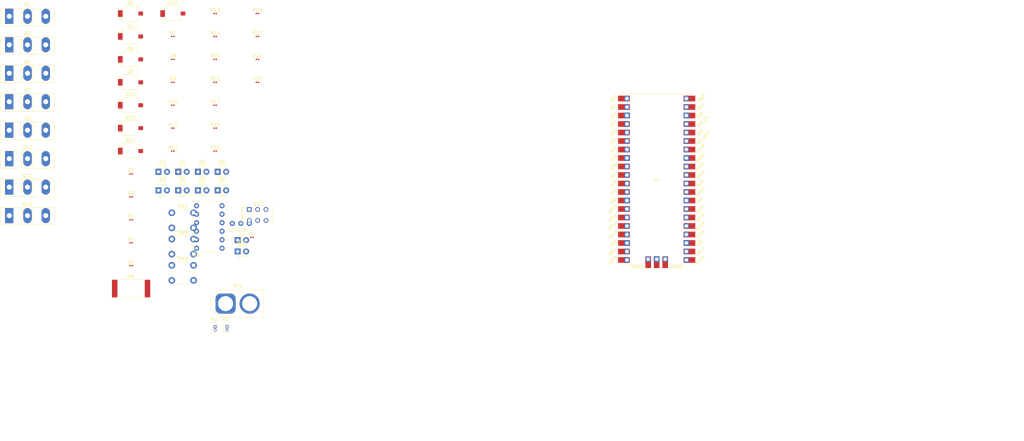
<source format=kicad_pcb>
(kicad_pcb (version 20221018) (generator pcbnew)
  (layers (0 "F.Cu" signal) (31 "B.Cu" signal) (34 "B.Paste" user) (35 "F.Paste" user) (36 "B.SilkS" user "B.Silkscreen") (37 "F.SilkS" user "F.Silkscreen") (38 "B.Mask" user) (39 "F.Mask" user) (44 "Edge.Cuts" user))
  (net 0 "")
  (net 1 "Net-(D1-K)")
  (net 2 "+3.3V")
  (net 3 "Net-(D2-K)")
  (net 4 "Net-(D2-A)")
  (net 5 "Net-(D3-K)")
  (net 6 "Net-(D3-A)")
  (net 7 "Net-(D4-K)")
  (net 8 "Net-(D4-A)")
  (net 9 "Net-(D5-K)")
  (net 10 "Net-(D5-A)")
  (net 11 "Net-(D6-K)")
  (net 12 "Net-(D6-A)")
  (net 13 "Net-(D7-K)")
  (net 14 "Net-(D7-A)")
  (net 15 "Net-(D8-K)")
  (net 16 "Net-(D8-A)")
  (net 17 "Net-(D9-K)")
  (net 18 "Net-(D9-A)")
  (net 19 "Net-(D10-K)")
  (net 20 "Net-(D11-K)")
  (net 21 "Senser-01")
  (net 22 "GND")
  (net 23 "LED-01")
  (net 24 "Senser-02")
  (net 25 "LED-02")
  (net 26 "Senser-03")
  (net 27 "LED-03")
  (net 28 "Senser-04")
  (net 29 "LED-04")
  (net 30 "Senser-05")
  (net 31 "LED-05")
  (net 32 "Senser-06")
  (net 33 "LED-06")
  (net 34 "Senser-07")
  (net 35 "LED-07")
  (net 36 "Senser-08")
  (net 37 "LED-08")
  (net 38 "MoOut-01")
  (net 39 "MoOut-02")
  (net 40 "MoOut-03")
  (net 41 "MoOut-04")
  (net 42 "Net-(U1-VSYS)")
  (net 43 "Net-(U1-GPIO22)")
  (net 44 "Net-(U1-GPIO5)")
  (net 45 "Net-(U1-GPIO2)")
  (net 46 "BATT")
  (net 47 "Net-(SW2-B)")
  (net 48 "Net-(U1-GPIO3)")
  (net 49 "Net-(U1-GPIO4)")
  (net 50 "Mo-04")
  (net 51 "Mo-03")
  (net 52 "M0-02")
  (net 53 "Mo-01")
  (net 55 "Mo-MODE")
  (net 58 "Net-(BT1-+)")
  (net 62 "Mo-02")
  (footprint "LED_THT:LED_D3.0mm" (layer "F.Cu") (at -44.07 80.17)
    (fp_text reference "D5" (at 1.27 -2.96) (layer "F.SilkS"))
    (fp_text value "LED")
    (pad "1" thru_hole rect (at 0 0) (size 1.8 1.8) (drill 0.9) (layers "*.Cu" "*.Mask") (net 9 "Net-(D5-K)"))
    (pad "2" thru_hole circle (at 2.54 0) (size 1.8 1.8) (drill 0.9) (layers "*.Cu" "*.Mask") (net 10 "Net-(D5-A)"))
  )
  (footprint "LED_THT:LED_D3.0mm" (layer "F.Cu") (at -32.27 74.62)
    (fp_text reference "D8" (at 1.27 -2.96) (layer "F.SilkS"))
    (fp_text value "LED")
    (pad "1" thru_hole rect (at 0 0) (size 1.8 1.8) (drill 0.9) (layers "*.Cu" "*.Mask") (net 15 "Net-(D8-K)"))
    (pad "2" thru_hole circle (at 2.54 0) (size 1.8 1.8) (drill 0.9) (layers "*.Cu" "*.Mask") (net 16 "Net-(D8-A)"))
  )
  (footprint "Capacitor_SMD:C_0201_0603Metric" (layer "F.Cu") (at -45.68 68.42)
    (fp_text reference "R12" (at 0 -1.05) (layer "F.SilkS"))
    (fp_text value "1k")
    (pad "1" smd roundrect (at -0.32 0) (size 0.46 0.4) (layers "F.Cu" "F.Mask") (net 2 "+3.3V"))
    (pad "2" smd roundrect (at 0.32 0) (size 0.46 0.4) (layers "F.Cu" "F.Mask") (net 10 "Net-(D5-A)"))
  )
  (footprint "LED_THT:LED_D3.0mm" (layer "F.Cu") (at -38.17 80.17)
    (fp_text reference "D7" (at 1.27 -2.96) (layer "F.SilkS"))
    (fp_text value "LED")
    (pad "1" thru_hole rect (at 0 0) (size 1.8 1.8) (drill 0.9) (layers "*.Cu" "*.Mask") (net 13 "Net-(D7-K)"))
    (pad "2" thru_hole circle (at 2.54 0) (size 1.8 1.8) (drill 0.9) (layers "*.Cu" "*.Mask") (net 14 "Net-(D7-A)"))
  )
  (footprint "LED_THT:LED_D3.0mm" (layer "F.Cu") (at -49.97 74.62)
    (fp_text reference "D2" (at 1.27 -2.96) (layer "F.SilkS"))
    (fp_text value "LED")
    (pad "1" thru_hole rect (at 0 0) (size 1.8 1.8) (drill 0.9) (layers "*.Cu" "*.Mask") (net 3 "Net-(D2-K)"))
    (pad "2" thru_hole circle (at 2.54 0) (size 1.8 1.8) (drill 0.9) (layers "*.Cu" "*.Mask") (net 4 "Net-(D2-A)"))
  )
  (footprint "Package_TO_SOT_THT:TO-247-3_Vertical" (layer "F.Cu") (at -94.56 45.17)
    (fp_text reference "Q5" (at 5.45 -3.45) (layer "F.SilkS"))
    (fp_text value "NJFET")
    (pad "1" thru_hole rect (at 0 0) (size 2.5 4.5) (drill 1.5) (layers "*.Cu" "*.Mask") (net 7 "Net-(D4-K)"))
    (pad "2" thru_hole oval (at 5.45 0) (size 2.5 4.5) (drill 1.5) (layers "*.Cu" "*.Mask") (net 26 "Senser-03"))
    (pad "3" thru_hole oval (at 10.9 0) (size 2.5 4.5) (drill 1.5) (layers "*.Cu" "*.Mask") (net 22 "GND"))
  )
  (footprint "Package_TO_SOT_THT:TO-247-3_Vertical" (layer "F.Cu") (at -94.56 62.19)
    (fp_text reference "Q9" (at 5.45 -3.45) (layer "F.SilkS"))
    (fp_text value "NJFET")
    (pad "1" thru_hole rect (at 0 0) (size 2.5 4.5) (drill 1.5) (layers "*.Cu" "*.Mask") (net 11 "Net-(D6-K)"))
    (pad "2" thru_hole oval (at 5.45 0) (size 2.5 4.5) (drill 1.5) (layers "*.Cu" "*.Mask") (net 30 "Senser-05"))
    (pad "3" thru_hole oval (at 10.9 0) (size 2.5 4.5) (drill 1.5) (layers "*.Cu" "*.Mask") (net 22 "GND"))
  )
  (footprint "OptoDevice:Osram_SFH2440" (layer "F.Cu") (at -58.33 47.87)
    (fp_text reference "Q8" (at 0.01 -3.2) (layer "F.SilkS"))
    (fp_text value "Q_Photo_NPN_CE")
    (pad "1" smd roundrect (at -3.05 0 180) (size 1.4 2) (layers "F.Cu" "F.Mask") (roundrect_rratio 0.125) (net 29 "LED-04"))
    (pad "2" smd roundrect (at 3.05 0 180) (size 1.4 1.2) (layers "F.Cu" "F.Mask") (roundrect_rratio 0.125) (net 22 "GND"))
  )
  (footprint "LED_THT:LED_D3.0mm" (layer "F.Cu") (at -44.07 74.62)
    (fp_text reference "D4" (at 1.27 -2.96) (layer "F.SilkS"))
    (fp_text value "LED")
    (pad "1" thru_hole rect (at 0 0) (size 1.8 1.8) (drill 0.9) (layers "*.Cu" "*.Mask") (net 7 "Net-(D4-K)"))
    (pad "2" thru_hole circle (at 2.54 0) (size 1.8 1.8) (drill 0.9) (layers "*.Cu" "*.Mask") (net 8 "Net-(D4-A)"))
  )
  (footprint "Capacitor_SMD:C_0201_0603Metric" (layer "F.Cu") (at -33.03 68.42)
    (fp_text reference "R19" (at 0 -1.05) (layer "F.SilkS"))
    (fp_text value "1k")
    (pad "1" smd roundrect (at -0.32 0) (size 0.46 0.4) (layers "F.Cu" "F.Mask") (net 2 "+3.3V"))
    (pad "2" smd roundrect (at 0.32 0) (size 0.46 0.4) (layers "F.Cu" "F.Mask") (net 33 "LED-06"))
  )
  (footprint "Capacitor_SMD:C_0201_0603Metric" (layer "F.Cu") (at -33.03 61.57)
    (fp_text reference "R18" (at 0 -1.05) (layer "F.SilkS"))
    (fp_text value "1k")
    (pad "1" smd roundrect (at -0.32 0) (size 0.46 0.4) (layers "F.Cu" "F.Mask") (net 2 "+3.3V"))
    (pad "2" smd roundrect (at 0.32 0) (size 0.46 0.4) (layers "F.Cu" "F.Mask") (net 16 "Net-(D8-A)"))
  )
  (footprint "OptoDevice:Osram_SFH2440" (layer "F.Cu") (at -58.33 61.57)
    (fp_text reference "Q12" (at 0.01 -3.2) (layer "F.SilkS"))
    (fp_text value "Q_Photo_NPN_CE")
    (pad "1" smd roundrect (at -3.05 0 180) (size 1.4 2) (layers "F.Cu" "F.Mask") (roundrect_rratio 0.125) (net 33 "LED-06"))
    (pad "2" smd roundrect (at 3.05 0 180) (size 1.4 1.2) (layers "F.Cu" "F.Mask") (roundrect_rratio 0.125) (net 22 "GND"))
  )
  (footprint "Capacitor_SMD:C_0201_0603Metric" (layer "F.Cu") (at -33.03 41.02)
    (fp_text reference "R15" (at 0 -1.05) (layer "F.SilkS"))
    (fp_text value "1k")
    (pad "1" smd roundrect (at -0.32 0) (size 0.46 0.4) (layers "F.Cu" "F.Mask") (net 2 "+3.3V"))
    (pad "2" smd roundrect (at 0.32 0) (size 0.46 0.4) (layers "F.Cu" "F.Mask") (net 37 "LED-08"))
  )
  (footprint "LED_SMD:LED_0201_0603Metric" (layer "F.Cu") (at -22.045 94.22)
    (fp_text reference "D1" (at 0 -1.05) (layer "F.SilkS"))
    (fp_text value "LED")
    (pad "1" smd roundrect (at -0.32 0) (size 0.46 0.4) (layers "F.Cu" "F.Mask") (net 1 "Net-(D1-K)"))
    (pad "2" smd roundrect (at 0.32 0) (size 0.46 0.4) (layers "F.Cu" "F.Mask") (net 2 "+3.3V"))
  )
  (footprint "Library:AE-LXDC55-3.3V" (layer "F.Cu") (at -27.893 92.597)
    (fp_text reference "U2" (at 0 -0.5 unlocked) (layer "F.SilkS") (effects (font (thickness 0.1))))
    (fp_text value "~")
    (fp_text user "O" (at 5.08 -3.81 unlocked) (layer "F.SilkS") (effects (font (thickness 0.1)) (justify left bottom)))
    (fp_text user "I" (at 0 -3.81 unlocked) (layer "F.SilkS") (effects (font (thickness 0.1)) (justify left bottom)))
    (fp_text user "G" (at 2.54 -3.81 unlocked) (layer "F.SilkS") (effects (font (thickness 0.1)) (justify left bottom)))
    (pad "1" thru_hole circle (at 0 -2.54) (size 1.524 1.524) (drill 0.762) (layers "*.Cu" "*.Mask"))
    (pad "2" thru_hole circle (at 2.54 -2.54) (size 1.524 1.524) (drill 0.762) (layers "*.Cu" "*.Mask"))
    (pad "3" thru_hole circle (at 5.08 -2.54) (size 1.524 1.524) (drill 0.762) (layers "*.Cu" "*.Mask"))
  )
  (footprint "Capacitor_SMD:C_0201_0603Metric" (layer "F.Cu") (at -20.38 34.17)
    (fp_text reference "R21" (at 0 -1.05) (layer "F.SilkS"))
    (fp_text value "1k")
    (pad "1" smd roundrect (at -0.32 0) (size 0.46 0.4) (layers "F.Cu" "F.Mask") (net 2 "+3.3V"))
    (pad "2" smd roundrect (at 0.32 0) (size 0.46 0.4) (layers "F.Cu" "F.Mask") (net 31 "LED-05"))
  )
  (footprint "LED_THT:LED_D3.0mm" (layer "F.Cu") (at -38.17 74.62)
    (fp_text reference "D6" (at 1.27 -2.96) (layer "F.SilkS"))
    (fp_text value "LED")
    (pad "1" thru_hole rect (at 0 0) (size 1.8 1.8) (drill 0.9) (layers "*.Cu" "*.Mask") (net 11 "Net-(D6-K)"))
    (pad "2" thru_hole circle (at 2.54 0) (size 1.8 1.8) (drill 0.9) (layers "*.Cu" "*.Mask") (net 12 "Net-(D6-A)"))
  )
  (footprint "LED_THT:LED_D3.0mm" (layer "F.Cu") (at -26.31 95.04)
    (fp_text reference "D10" (at 1.27 -2.96) (layer "F.SilkS"))
    (fp_text value "LED")
    (pad "1" thru_hole rect (at 0 0) (size 1.8 1.8) (drill 0.9) (layers "*.Cu" "*.Mask") (net 19 "Net-(D10-K)"))
    (pad "2" thru_hole circle (at 2.54 0) (size 1.8 1.8) (drill 0.9) (layers "*.Cu" "*.Mask") (net 2 "+3.3V"))
  )
  (footprint "Capacitor_SMD:C_0201_0603Metric" (layer "F.Cu") (at -58.15 75.27)
    (fp_text reference "R1" (at 0 -1.05) (layer "F.SilkS"))
    (fp_text value "47k")
    (pad "1" smd roundrect (at -0.32 0) (size 0.46 0.4) (layers "F.Cu" "F.Mask") (net 38 "MoOut-01"))
    (pad "2" smd roundrect (at 0.32 0) (size 0.46 0.4) (layers "F.Cu" "F.Mask") (net 22 "GND"))
  )
  (footprint "Connector_AMASS:AMASS_XT60-F_1x02_P7.20mm_Vertical" (layer "F.Cu") (at -29.91 114.02)
    (fp_text reference "BT1" (at 3.6 -5.3 180) (layer "F.SilkS"))
    (fp_text value "Battery_Cell")
    (pad "1" thru_hole roundrect (at 0 0) (size 6 6) (drill 4.5) (layers "*.Cu" "*.Mask") (net 58 "Net-(BT1-+)"))
    (pad "2" thru_hole circle (at 7.2 0) (size 6 6) (drill 4.5) (layers "*.Cu" "*.Mask") (net 22 "GND"))
  )
  (footprint "Library:DRV8835" (layer "F.Cu") (at -38.595 100.005)
    (fp_text reference "U3" (at 0 -0.5 unlocked) (layer "F.SilkS") (effects (font (thickness 0.1))))
    (fp_text value "~")
    (fp_text user "1" (at 1.27 -14.605 unlocked) (layer "F.SilkS") (effects (font (thickness 0.1)) (justify left bottom)))
    (pad "1" thru_hole circle (at 0 -15.24) (size 1.524 1.524) (drill 0.762) (layers "*.Cu" "*.Mask") (net 46 "BATT"))
    (pad "2" thru_hole circle (at 0 -12.7) (size 1.524 1.524) (drill 0.762) (layers "*.Cu" "*.Mask"))
    (pad "3" thru_hole circle (at 0 -10.16) (size 1.524 1.524) (drill 0.762) (layers "*.Cu" "*.Mask") (net 39 "MoOut-02"))
    (pad "4" thru_hole circle (at 0 -7.62) (size 1.524 1.524) (drill 0.762) (layers "*.Cu" "*.Mask") (net 40 "MoOut-03"))
    (pad "5" thru_hole circle (at 0 -5.08) (size 1.524 1.524) (drill 0.762) (layers "*.Cu" "*.Mask") (net 41 "MoOut-04"))
    (pad "6" thru_hole circle (at 0 -2.54) (size 1.524 1.524) (drill 0.762) (layers "*.Cu" "*.Mask") (net 22 "GND"))
    (pad "7" thru_hole circle (at 7.62 -2.54) (size 1.524 1.524) (drill 0.762) (layers "*.Cu" "*.Mask") (net 50 "Mo-04"))
    (pad "8" thru_hole circle (at 7.62 -5.08) (size 1.524 1.524) (drill 0.762) (layers "*.Cu" "*.Mask") (net 51 "Mo-03"))
    (pad "9" thru_hole circle (at 7.62 -7.62) (size 1.524 1.524) (drill 0.762) (layers "*.Cu" "*.Mask") (net 62 "Mo-02"))
    (pad "10" thru_hole circle (at 7.62 -10.16) (size 1.524 1.524) (drill 0.762) (layers "*.Cu" "*.Mask") (net 53 "Mo-01"))
    (pad "11" thru_hole circle (at 7.62 -12.7) (size 1.524 1.524) (drill 0.762) (layers "*.Cu" "*.Mask") (net 55 "Mo-MODE"))
    (pad "12" thru_hole circle (at 7.62 -15.24) (size 1.524 1.524) (drill 0.762) (layers "*.Cu" "*.Mask") (net 2 "+3.3V"))
  )
  (footprint "OptoDevice:Osram_SFH2440" (layer "F.Cu") (at -45.68 27.32)
    (fp_text reference "Q16" (at 0.01 -3.2) (layer "F.SilkS"))
    (fp_text value "Q_Photo_NPN_CE")
    (pad "1" smd roundrect (at -3.05 0 180) (size 1.4 2) (layers "F.Cu" "F.Mask") (roundrect_rratio 0.125) (net 37 "LED-08"))
    (pad "2" smd roundrect (at 3.05 0 180) (size 1.4 1.2) (layers "F.Cu" "F.Mask") (roundrect_rratio 0.125) (net 22 "GND"))
  )
  (footprint "Package_TO_SOT_THT:TO-247-3_Vertical" (layer "F.Cu") (at -94.56 36.66)
    (fp_text reference "Q3" (at 5.45 -3.45) (layer "F.SilkS"))
    (fp_text value "NJFET")
    (pad "1" thru_hole rect (at 0 0) (size 2.5 4.5) (drill 1.5) (layers "*.Cu" "*.Mask") (net 5 "Net-(D3-K)"))
    (pad "2" thru_hole oval (at 5.45 0) (size 2.5 4.5) (drill 1.5) (layers "*.Cu" "*.Mask") (net 24 "Senser-02"))
    (pad "3" thru_hole oval (at 10.9 0) (size 2.5 4.5) (drill 1.5) (layers "*.Cu" "*.Mask") (net 22 "GND"))
  )
  (footprint "Package_TO_SOT_THT:TO-247-3_Vertical" (layer "F.Cu") (at -94.56 28.15)
    (fp_text reference "Q1" (at 5.45 -3.45) (layer "F.SilkS"))
    (fp_text value "NJFET")
    (pad "1" thru_hole rect (at 0 0) (size 2.5 4.5) (drill 1.5) (layers "*.Cu" "*.Mask") (net 3 "Net-(D2-K)"))
    (pad "2" thru_hole oval (at 5.45 0) (size 2.5 4.5) (drill 1.5) (layers "*.Cu" "*.Mask") (net 21 "Senser-01"))
    (pad "3" thru_hole oval (at 10.9 0) (size 2.5 4.5) (drill 1.5) (layers "*.Cu" "*.Mask") (net 22 "GND"))
  )
  (footprint "Package_TO_SOT_THT:TO-247-3_Vertical" (layer "F.Cu") (at -94.56 53.68)
    (fp_text reference "Q7" (at 5.45 -3.45) (layer "F.SilkS"))
    (fp_text value "NJFET")
    (pad "1" thru_hole rect (at 0 0) (size 2.5 4.5) (drill 1.5) (layers "*.Cu" "*.Mask") (net 9 "Net-(D5-K)"))
    (pad "2" thru_hole oval (at 5.45 0) (size 2.5 4.5) (drill 1.5) (layers "*.Cu" "*.Mask") (net 28 "Senser-04"))
    (pad "3" thru_hole oval (at 10.9 0) (size 2.5 4.5) (drill 1.5) (layers "*.Cu" "*.Mask") (net 22 "GND"))
  )
  (footprint "RPi_Pico:RPi_Pico_SMD_TH" (layer "F.Cu") (at 98.945 76.85)
    (fp_text reference "U1" (at 0 0) (layer "F.SilkS"))
    (fp_text value "Pico")
    (fp_text user "GP28" (at 13.054 -9.144 45) (layer "F.SilkS") (effects (font (size 0.8 0.8))))
    (fp_text user "GP17" (at 13.054 21.59 45) (layer "F.SilkS") (effects (font (size 0.8 0.8))))
    (fp_text user "GND" (at 12.8 19.05 45) (layer "F.SilkS") (effects (font (size 0.8 0.8))))
    (fp_text user "GP4" (at -12.8 -11.43 45) (layer "F.SilkS") (effects (font (size 0.8 0.8))))
    (fp_text user "GP19" (at 13.054 13.97 45) (layer "F.SilkS") (effects (font (size 0.8 0.8))))
    (fp_text user "GP20" (at 13.054 11.43 45) (layer "F.SilkS") (effects (font (size 0.8 0.8))))
    (fp_text user "GP8" (at -12.8 1.27 45) (layer "F.SilkS") (effects (font (size 0.8 0.8))))
    (fp_text user "ADC_VREF" (at 14 -12.5 45) (layer "F.SilkS") (effects (font (size 0.8 0.8))))
    (fp_text user "GP15" (at -13.054 24.13 45) (layer "F.SilkS") (effects (font (size 0.8 0.8))))
    (fp_text user "GP1" (at -12.9 -21.6 45) (layer "F.SilkS") (effects (font (size 0.8 0.8))))
    (fp_text user "GP21" (at 13.054 8.9 45) (layer "F.SilkS") (effects (font (size 0.8 0.8))))
    (fp_text user "GP3" (at -12.8 -13.97 45) (layer "F.SilkS") (effects (font (size 0.8 0.8))))
    (fp_text user "RUN" (at 13 1.27 45) (layer "F.SilkS") (effects (font (size 0.8 0.8))))
    (fp_text user "VBUS" (at 13.3 -24.2 45) (layer "F.SilkS") (effects (font (size 0.8 0.8))))
    (fp_text user "SWCLK" (at -5.7 26.2) (layer "F.SilkS") (effects (font (size 0.8 0.8))))
    (fp_text user "GND" (at 12.8 6.35 45) (layer "F.SilkS") (effects (font (size 0.8 0.8))))
    (fp_text user "GP18" (at 13.054 16.51 45) (layer "F.SilkS") (effects (font (size 0.8 0.8))))
    (fp_text user "GND" (at -12.8 6.35 45) (layer "F.SilkS") (effects (font (size 0.8 0.8))))
    (fp_text user "3V3_EN" (at 13.7 -17.2 45) (layer "F.SilkS") (effects (font (size 0.8 0.8))))
    (fp_text user "GP27" (at 13.054 -3.8 45) (layer "F.SilkS") (effects (font (size 0.8 0.8))))
    (fp_text user "GP12" (at -13.2 13.97 45) (layer "F.SilkS") (effects (font (size 0.8 0.8))))
    (fp_text user "GP9" (at -12.8 3.81 45) (layer "F.SilkS") (effects (font (size 0.8 0.8))))
    (fp_text user "GND" (at -12.8 19.05 45) (layer "F.SilkS") (effects (font (size 0.8 0.8))))
    (fp_text user "GP13" (at -13.054 16.51 45) (layer "F.SilkS") (effects (font (size 0.8 0.8))))
    (fp_text user "GP5" (at -12.8 -8.89 45) (layer "F.SilkS") (effects (font (size 0.8 0.8))))
    (fp_text user "GP2" (at -12.9 -16.51 45) (layer "F.SilkS") (effects (font (size 0.8 0.8))))
    (fp_text user "AGND" (at 13.054 -6.35 45) (layer "F.SilkS") (effects (font (size 0.8 0.8))))
    (fp_text user "GP26" (at 13.054 -1.27 45) (layer "F.SilkS") (effects (font (size 0.8 0.8))))
    (fp_text user "GND" (at 12.8 -19.05 45) (layer "F.SilkS") (effects (font (size 0.8 0.8))))
    (fp_text user "GP7" (at -12.7 -1.3 45) (layer "F.SilkS") (effects (font (size 0.8 0.8))))
    (fp_text user "GND" (at -12.8 -6.35 45) (layer "F.SilkS") (effects (font (size 0.8 0.8))))
    (fp_text user "3V3" (at 12.9 -13.9 45) (layer "F.SilkS") (effects (font (size 0.8 0.8))))
    (fp_text user "GP22" (at 13.054 3.81 45) (layer "F.SilkS") (effects (font (size 0.8 0.8))))
    (fp_text user "GP0" (at -12.8 -24.13 45) (layer "F.SilkS") (effects (font (size 0.8 0.8))))
    (fp_text user "GP11" (at -13.2 11.43 45) (layer "F.SilkS") (effects (font (size 0.8 0.8))))
    (fp_text user "SWDIO" (at 5.6 26.2) (layer "F.SilkS") (effects (font (size 0.8 0.8))))
    (fp_text user "GP6" (at -12.8 -3.81 45) (layer "F.SilkS") (effects (font (size 0.8 0.8))))
    (fp_text user "VSYS" (at 13.2 -21.59 45) (layer "F.SilkS") (effects (font (size 0.8 0.8))))
    (fp_text user "GND" (at -12.8 -19.05 45) (layer "F.SilkS") (effects (font (size 0.8 0.8))))
    (fp_text user "GP10" (at -13.054 8.89 45) (layer "F.SilkS") (effects (font (size 0.8 0.8))))
    (fp_text user "GP16" (at 13.054 24.13 45) (layer "F.SilkS") (effects (font (size 0.8 0.8))))
    (fp_text user "GP14" (at -13.1 21.59 45) (layer "F.SilkS") (effects (font (size 0.8 0.8))))
    (pad "" np_thru_hole oval (at -2.725 -24) (size 1.8 1.8) (drill 1.8) (layers "*.Cu" "*.Mask"))
    (pad "" np_thru_hole oval (at -2.425 -20.97) (size 1.5 1.5) (drill 1.5) (layers "*.Cu" "*.Mask"))
    (pad "" np_thru_hole oval (at 2.425 -20.97) (size 1.5 1.5) (drill 1.5) (layers "*.Cu" "*.Mask"))
    (pad "" np_thru_hole oval (at 2.725 -24) (size 1.8 1.8) (drill 1.8) (layers "*.Cu" "*.Mask"))
    (pad "1" thru_hole oval (at -8.89 -24.13) (size 1.7 1.7) (drill 1.02) (layers "*.Cu" "*.Mask") (net 28 "Senser-04"))
    (pad "1" smd rect (at -8.89 -24.13) (size 3.5 1.7) (drill (offset -0.9 0)) (layers "F.Cu" "F.Mask") (net 28 "Senser-04"))
    (pad "2" thru_hole oval (at -8.89 -21.59) (size 1.7 1.7) (drill 1.02) (layers "*.Cu" "*.Mask") (net 28 "Senser-04"))
    (pad "2" smd rect (at -8.89 -21.59) (size 3.5 1.7) (drill (offset -0.9 0)) (layers "F.Cu" "F.Mask") (net 28 "Senser-04"))
    (pad "3" thru_hole rect (at -8.89 -19.05) (size 1.7 1.7) (drill 1.02) (layers "*.Cu" "*.Mask") (net 22 "GND"))
    (pad "3" smd rect (at -8.89 -19.05) (size 3.5 1.7) (drill (offset -0.9 0)) (layers "F.Cu" "F.Mask") (net 22 "GND"))
    (pad "4" thru_hole oval (at -8.89 -16.51) (size 1.7 1.7) (drill 1.02) (layers "*.Cu" "*.Mask") (net 45 "Net-(U1-GPIO2)"))
    (pad "4" smd rect (at -8.89 -16.51) (size 3.5 1.7) (drill (offset -0.9 0)) (layers "F.Cu" "F.Mask") (net 45 "Net-(U1-GPIO2)"))
    (pad "5" thru_hole oval (at -8.89 -13.97) (size 1.7 1.7) (drill 1.02) (layers "*.Cu" "*.Mask") (net 48 "Net-(U1-GPIO3)"))
    (pad "5" smd rect (at -8.89 -13.97) (size 3.5 1.7) (drill (offset -0.9 0)) (layers "F.Cu" "F.Mask") (net 48 "Net-(U1-GPIO3)"))
    (pad "6" thru_hole oval (at -8.89 -11.43) (size 1.7 1.7) (drill 1.02) (layers "*.Cu" "*.Mask") (net 49 "Net-(U1-GPIO4)"))
    (pad "6" smd rect (at -8.89 -11.43) (size 3.5 1.7) (drill (offset -0.9 0)) (layers "F.Cu" "F.Mask") (net 49 "Net-(U1-GPIO4)"))
    (pad "7" thru_hole oval (at -8.89 -8.89) (size 1.7 1.7) (drill 1.02) (layers "*.Cu" "*.Mask") (net 44 "Net-(U1-GPIO5)"))
    (pad "7" smd rect (at -8.89 -8.89) (size 3.5 1.7) (drill (offset -0.9 0)) (layers "F.Cu" "F.Mask") (net 44 "Net-(U1-GPIO5)"))
    (pad "8" thru_hole rect (at -8.89 -6.35) (size 1.7 1.7) (drill 1.02) (layers "*.Cu" "*.Mask") (net 22 "GND"))
    (pad "8" smd rect (at -8.89 -6.35) (size 3.5 1.7) (drill (offset -0.9 0)) (layers "F.Cu" "F.Mask") (net 22 "GND"))
    (pad "9" thru_hole oval (at -8.89 -3.81) (size 1.7 1.7) (drill 1.02) (layers "*.Cu" "*.Mask") (net 23 "LED-01"))
    (pad "9" smd rect (at -8.89 -3.81) (size 3.5 1.7) (drill (offset -0.9 0)) (layers "F.Cu" "F.Mask") (net 23 "LED-01"))
    (pad "10" thru_hole oval (at -8.89 -1.27) (size 1.7 1.7) (drill 1.02) (layers "*.Cu" "*.Mask") (net 25 "LED-02"))
    (pad "10" smd rect (at -8.89 -1.27) (size 3.5 1.7) (drill (offset -0.9 0)) (layers "F.Cu" "F.Mask") (net 25 "LED-02"))
    (pad "11" thru_hole oval (at -8.89 1.27) (size 1.7 1.7) (drill 1.02) (layers "*.Cu" "*.Mask") (net 27 "LED-03"))
    (pad "11" smd rect (at -8.89 1.27) (size 3.5 1.7) (drill (offset -0.9 0)) (layers "F.Cu" "F.Mask") (net 27 "LED-03"))
    (pad "12" thru_hole oval (at -8.89 3.81) (size 1.7 1.7) (drill 1.02) (layers "*.Cu" "*.Mask") (net 29 "LED-04"))
    (pad "12" smd rect (at -8.89 3.81) (size 3.5 1.7) (drill (offset -0.9 0)) (layers "F.Cu" "F.Mask") (net 29 "LED-04"))
    (pad "13" thru_hole rect (at -8.89 6.35) (size 1.7 1.7) (drill 1.02) (layers "*.Cu" "*.Mask") (net 31 "LED-05"))
    (pad "13" smd rect (at -8.89 6.35) (size 3.5 1.7) (drill (offset -0.9 0)) (layers "F.Cu" "F.Mask") (net 31 "LED-05"))
    (pad "14" thru_hole oval (at -8.89 8.89) (size 1.7 1.7) (drill 1.02) (layers "*.Cu" "*.Mask") (net 33 "LED-06"))
    (pad "14" smd rect (at -8.89 8.89) (size 3.5 1.7) (drill (offset -0.9 0)) (layers "F.Cu" "F.Mask") (net 33 "LED-06"))
    (pad "15" thru_hole oval (at -8.89 11.43) (size 1.7 1.7) (drill 1.02) (layers "*.Cu" "*.Mask") (net 35 "LED-07"))
    (pad "15" smd rect (at -8.89 11.43) (size 3.5 1.7) (drill (offset -0.9 0)) (layers "F.Cu" "F.Mask") (net 35 "LED-07"))
    (pad "16" thru_hole oval (at -8.89 13.97) (size 1.7 1.7) (drill 1.02) (layers "*.Cu" "*.Mask") (net 37 "LED-08"))
    (pad "16" smd rect (at -8.89 13.97) (size 3.5 1.7) (drill (offset -0.9 0)) (layers "F.Cu" "F.Mask") (net 37 "LED-08"))
    (pad "17" thru_hole oval (at -8.89 16.51) (size 1.7 1.7) (drill 1.02) (layers "*.Cu" "*.Mask") (net 21 "Senser-01"))
    (pad "17" smd rect (at -8.89 16.51) (size 3.5 1.7) (drill (offset -0.9 0)) (layers "F.Cu" "F.Mask") (net 21 "Senser-01"))
    (pad "18" thru_hole rect (at -8.89 19.05) (size 1.7 1.7) (drill 1.02) (layers "*.Cu" "*.Mask") (net 22 "GND"))
    (pad "18" smd rect (at -8.89 19.05) (size 3.5 1.7) (drill (offset -0.9 0)) (layers "F.Cu" "F.Mask") (net 22 "GND"))
    (pad "19" thru_hole oval (at -8.89 21.59) (size 1.7 1.7) (drill 1.02) (layers "*.Cu" "*.Mask") (net 24 "Senser-02"))
    (pad "19" smd rect (at -8.89 21.59) (size 3.5 1.7) (drill (offset -0.9 0)) (layers "F.Cu" "F.Mask") (net 24 "Senser-02"))
    (pad "20" thru_hole oval (at -8.89 24.13) (size 1.7 1.7) (drill 1.02) (layers "*.Cu" "*.Mask") (net 26 "Senser-03"))
    (pad "20" smd rect (at -8.89 24.13) (size 3.5 1.7) (drill (offset -0.9 0)) (layers "F.Cu" "F.Mask") (net 26 "Senser-03"))
    (pad "21" thru_hole oval (at 8.89 24.13) (size 1.7 1.7) (drill 1.02) (layers "*.Cu" "*.Mask") (net 36 "Senser-08"))
    (pad "21" smd rect (at 8.89 24.13) (size 3.5 1.7) (drill (offset 0.9 0)) (layers "F.Cu" "F.Mask") (net 36 "Senser-08"))
    (pad "22" thru_hole oval (at 8.89 21.59) (size 1.7 1.7) (drill 1.02) (layers "*.Cu" "*.Mask") (net 34 "Senser-07"))
    (pad "22" smd rect (at 8.89 21.59) (size 3.5 1.7) (drill (offset 0.9 0)) (layers "F.Cu" "F.Mask") (net 34 "Senser-07"))
    (pad "23" thru_hole rect (at 8.89 19.05) (size 1.7 1.7) (drill 1.02) (layers "*.Cu" "*.Mask") (net 22 "GND"))
    (pad "23" smd rect (at 8.89 19.05) (size 3.5 1.7) (drill (offset 0.9 0)) (layers "F.Cu" "F.Mask") (net 22 "GND"))
    (pad "24" thru_hole oval (at 8.89 16.51) (size 1.7 1.7) (drill 1.02) (layers "*.Cu" "*.Mask") (net 50 "Mo-04"))
    (pad "24" smd rect (at 8.89 16.51) (size 3.5 1.7) (drill (offset 0.9 0)) (layers "F.Cu" "F.Mask") (net 50 "Mo-04"))
    (pad "25" thru_hole oval (at 8.89 13.97) (size 1.7 1.7) (drill 1.02) (layers "*.Cu" "*.Mask") (net 51 "Mo-03"))
    (pad "25" smd rect (at 8.89 13.97) (size 3.5 1.7) (drill (offset 0.9 0)) (layers "F.Cu" "F.Mask") (net 51 "Mo-03"))
    (pad "26" thru_hole oval (at 8.89 11.43) (size 1.7 1.7) (drill 1.02) (layers "*.Cu" "*.Mask") (net 52 "M0-02"))
    (pad "26" smd rect (at 8.89 11.43) (size 3.5 1.7) (drill (offset 0.9 0)) (layers "F.Cu" "F.Mask") (net 52 "M0-02"))
    (pad "27" thru_hole oval (at 8.89 8.89) (size 1.7 1.7) (drill 1.02) (layers "*.Cu" "*.Mask") (net 53 "Mo-01"))
    (pad "27" smd rect (at 8.89 8.89) (size 3.5 1.7) (drill (offset 0.9 0)) (layers "F.Cu" "F.Mask") (net 53 "Mo-01"))
    (pad "28" thru_hole rect (at 8.89 6.35) (size 1.7 1.7) (drill 1.02) (layers "*.Cu" "*.Mask") (net 22 "GND"))
    (pad "28" smd rect (at 8.89 6.35) (size 3.5 1.7) (drill (offset 0.9 0)) (layers "F.Cu" "F.Mask") (net 22 "GND"))
    (pad "29" thru_hole oval (at 8.89 3.81) (size 1.7 1.7) (drill 1.02) (layers "*.Cu" "*.Mask") (net 43 "Net-(U1-GPIO22)"))
    (pad "29" smd rect (at 8.89 3.81) (size 3.5 1.7) (drill (offset 0.9 0)) (layers "F.Cu" "F.Mask") (net 43 "Net-(U1-GPIO22)"))
    (pad "30" thru_hole oval (at 8.89 1.27) (size 1.7 1.7) (drill 1.02) (layers "*.Cu" "*.Mask"))
    (pad "30" smd rect (at 8.89 1.27) (size 3.5 1.7) (drill (offset 0.9 0)) (layers "F.Cu" "F.Mask"))
    (pad "31" thru_hole oval (at 8.89 -1.27) (size 1.7 1.7) (drill 1.02) (layers "*.Cu" "*.Mask") (net 55 "Mo-MODE"))
    (pad "31" smd rect (at 8.89 -1.27) (size 3.5 1.7) (drill (offset 0.9 0)) (layers "F.Cu" "F.Mask") (net 55 "Mo-MODE"))
    (pad "32" thru_hole oval (at 8.89 -3.81) (size 1.7 1.7) (drill 1.02) (layers "*.Cu" "*.Mask") (net 32 "Senser-06"))
    (pad "32" smd rect (at 8.89 -3.81) (size 3.5 1.7) (drill (offset 0.9 0)) (layers "F.Cu" "F.Mask") (net 32 "Senser-06"))
    (pad "33" thru_hole rect (at 8.89 -6.35) (size 1.7 1.7) (drill 1.02) (layers "*.Cu" "*.Mask"))
    (pad "33" smd rect (at 8.89 -6.35) (size 3.5 1.7) (drill (offset 0.9 0)) (layers "F.Cu" "F.Mask"))
    (pad "34" thru_hole oval (at 8.89 -8.89) (size 1.7 1.7) (drill 1.02) (layers "*.Cu" "*.Mask") (net 30 "Senser-05"))
    (pad "34" smd rect (at 8.89 -8.89) (size 3.5 1.7) (drill (offset 0.9 0)) (layers "F.Cu" "F.Mask") (net 30 "Senser-05"))
    (pad "35" thru_hole oval (at 8.89 -11.43) (size 1.7 1.7) (drill 1.02) (layers "*.Cu" "*.Mask"))
    (pad "35" smd rect (at 8.89 -11.43) (size 3.5 1.7) (drill (offset 0.9 0)) (layers "F.Cu" "F.Mask"))
    (pad "36" thru_hole oval (at 8.89 -13.97) (size 1.7 1.7) (drill 1.02) (layers "*.Cu" "*.Mask") (net 2 "+3.3V"))
    (pad "36" smd rect (at 8.89 -13.97) (size 3.5 1.7) (drill (offset 0.9 0)) (layers "F.Cu" "F.Mask") (net 2 "+3.3V"))
    (pad "37" thru_hole oval (at 8.89 -16.51) (size 1.7 1.7) (drill 1.02) (layers "*.Cu" "*.Mask"))
    (pad "37" smd rect (at 8.89 -16.51) (size 3.5 1.7) (drill (offset 0.9 0)) (layers "F.Cu" "F.Mask"))
    (pad "38" thru_hole rect (at 8.89 -19.05) (size 1.7 1.7) (drill 1.02) (layers "*.Cu" "*.Mask") (net 22 "GND"))
    (pad "38" smd rect (at 8.89 -19.05) (size 3.5 1.7) (drill (offset 0.9 0)) (layers "F.Cu" "F.Mask") (net 22 "GND"))
    (pad "39" thru_hole oval (at 8.89 -21.59) (size 1.7 1.7) (drill 1.02) (layers "*.Cu" "*.Mask") (net 46 "BATT"))
    (pad "39" smd rect (at 8.89 -21.59) (size 3.5 1.7) (drill (offset 0.9 0)) (layers "F.Cu" "F.Mask") (net 46 "BATT"))
    (pad "40" thru_hole oval (at 8.89 -24.13) (size 1.7 1.7) (drill 1.02) (layers "*.Cu" "*.Mask"))
    (pad "40" smd rect (at 8.89 -24.13) (size 3.5 1.7) (drill (offset 0.9 0)) (layers "F.Cu" "F.Mask"))
    (pad "41" thru_hole oval (at -2.54 23.9) (size 1.7 1.7) (drill 1.02) (layers "*.Cu" "*.Mask"))
    (pad "41" smd rect (at -2.54 23.9 90) (size 3.5 1.7) (drill (offset -0.9 0)) (layers "F.Cu" "F.Mask"))
    (pad "42" thru_hole rect (at 0 23.9) (size 1.7 1.7) (drill 1.02) (layers "*.Cu" "*.Mask") (net 22 "GND"))
    (pad "42" smd rect (at 0 23.9 90) (size 3.5 1.7) (drill (offset -0.9 0)) (layers "F.Cu" "F.Mask") (net 22 "GND"))
    (pad "43" thru_hole oval (at 2.54 23.9) (size 1.7 1.7) (drill 1.02) (layers "*.Cu" "*.Mask"))
    (pad "43" smd rect (at 2.54 23.9 90) (size 3.5 1.7) (drill (offset -0.9 0)) (layers "F.Cu" "F.Mask"))
  )
  (footprint "Connector_PinSocket_1.00mm:PinSocket_1x02_P1.00mm_Vertical" (layer "F.Cu") (at -29.47 120.92)
    (fp_text reference "M2" (at -0.29 -2.25) (layer "F.SilkS"))
    (fp_text value "Motor_DC")
    (pad "1" thru_hole rect (at 0 0) (size 0.85 0.85) (drill 0.5) (layers "*.Cu" "*.Mask") (net 51 "Mo-03"))
    (pad "2" thru_hole oval (at 0 1) (size 0.85 0.85) (drill 0.5) (layers "*.Cu" "*.Mask") (net 50 "Mo-04"))
  )
  (footprint "OptoDevice:Osram_SFH2440" (layer "F.Cu") (at -58.33 34.17)
    (fp_text reference "Q4" (at 0.01 -3.2) (layer "F.SilkS"))
    (fp_text value "Q_Photo_NPN_CE")
    (pad "1" smd roundrect (at -3.05 0 180) (size 1.4 2) (layers "F.Cu" "F.Mask") (roundrect_rratio 0.125) (net 25 "LED-02"))
    (pad "2" smd roundrect (at 3.05 0 180) (size 1.4 1.2) (layers "F.Cu" "F.Mask") (roundrect_rratio 0.125) (net 22 "GND"))
  )
  (footprint "Package_TO_SOT_THT:TO-247-3_Vertical" (layer "F.Cu") (at -94.56 87.72)
    (fp_text reference "Q15" (at 5.45 -3.45) (layer "F.SilkS"))
    (fp_text value "NJFET")
    (pad "1" thru_hole rect (at 0 0) (size 2.5 4.5) (drill 1.5) (layers "*.Cu" "*.Mask") (net 17 "Net-(D9-K)"))
    (pad "2" thru_hole oval (at 5.45 0) (size 2.5 4.5) (drill 1.5) (layers "*.Cu" "*.Mask") (net 36 "Senser-08"))
    (pad "3" thru_hole oval (at 10.9 0) (size 2.5 4.5) (drill 1.5) (layers "*.Cu" "*.Mask") (net 22 "GND"))
  )
  (footprint "Capacitor_SMD:C_0201_0603Metric" (layer "F.Cu") (at -33.03 34.17)
    (fp_text reference "R14" (at 0 -1.05) (layer "F.SilkS"))
    (fp_text value "1k")
    (pad "1" smd roundrect (at -0.32 0) (size 0.46 0.4) (layers "F.Cu" "F.Mask") (net 2 "+3.3V"))
    (pad "2" smd roundrect (at 0.32 0) (size 0.46 0.4) (layers "F.Cu" "F.Mask") (net 12 "Net-(D6-A)"))
  )
  (footprint "Capacitor_SMD:C_0201_0603Metric" (layer "F.Cu") (at -20.38 47.87)
    (fp_text reference "R23" (at 0 -1.05) (layer "F.SilkS"))
    (fp_text value "1k")
    (pad "1" smd roundrect (at -0.32 0) (size 0.46 0.4) (layers "F.Cu" "F.Mask") (net 20 "Net-(D11-K)"))
    (pad "2" smd roundrect (at 0.32 0) (size 0.46 0.4) (layers "F.Cu" "F.Mask") (net 44 "Net-(U1-GPIO5)"))
  )
  (footprint "LED_THT:LED_D3.0mm" (layer "F.Cu") (at -26.31 98.43)
    (fp_text reference "D11" (at 1.27 -2.96) (layer "F.SilkS"))
    (fp_text value "LED")
    (pad "1" thru_hole rect (at 0 0) (size 1.8 1.8) (drill 0.9) (layers "*.Cu" "*.Mask") (net 20 "Net-(D11-K)"))
    (pad "2" thru_hole circle (at 2.54 0) (size 1.8 1.8) (drill 0.9) (layers "*.Cu" "*.Mask") (net 2 "+3.3V"))
  )
  (footprint "Package_TO_SOT_THT:TO-247-3_Vertical" (layer "F.Cu") (at -94.56 79.21)
    (fp_text reference "Q13" (at 5.45 -3.45) (layer "F.SilkS"))
    (fp_text value "NJFET")
    (pad "1" thru_hole rect (at 0 0) (size 2.5 4.5) (drill 1.5) (layers "*.Cu" "*.Mask") (net 15 "Net-(D8-K)"))
    (pad "2" thru_hole oval (at 5.45 0) (size 2.5 4.5) (drill 1.5) (layers "*.Cu" "*.Mask") (net 34 "Senser-07"))
    (pad "3" thru_hole oval (at 10.9 0) (size 2.5 4.5) (drill 1.5) (layers "*.Cu" "*.Mask") (net 22 "GND"))
  )
  (footprint "Capacitor_SMD:C_0201_0603Metric" (layer "F.Cu") (at -45.68 61.57)
    (fp_text reference "R11" (at 0 -1.05) (layer "F.SilkS"))
    (fp_text value "1k")
    (pad "1" smd roundrect (at -0.32 0) (size 0.46 0.4) (layers "F.Cu" "F.Mask") (net 2 "+3.3V"))
    (pad "2" smd roundrect (at 0.32 0) (size 0.46 0.4) (layers "F.Cu" "F.Mask") (net 27 "LED-03"))
  )
  (footprint "Capacitor_SMD:C_0201_0603Metric" (layer "F.Cu") (at -45.68 54.72)
    (fp_text reference "R10" (at 0 -1.05) (layer "F.SilkS"))
    (fp_text value "1k")
    (pad "1" smd roundrect (at -0.32 0) (size 0.46 0.4) (layers "F.Cu" "F.Mask") (net 2 "+3.3V"))
    (pad "2" smd roundrect (at 0.32 0) (size 0.46 0.4) (layers "F.Cu" "F.Mask") (net 8 "Net-(D4-A)"))
  )
  (footprint "Capacitor_SMD:C_0201_0603Metric" (layer "F.Cu") (at -45.68 34.17)
    (fp_text reference "R7" (at 0 -1.05) (layer "F.SilkS"))
    (fp_text value "1k")
    (pad "1" smd roundrect (at -0.32 0) (size 0.46 0.4) (layers "F.Cu" "F.Mask") (net 2 "+3.3V"))
    (pad "2" smd roundrect (at 0.32 0) (size 0.46 0.4) (layers "F.Cu" "F.Mask") (net 23 "LED-01"))
  )
  (footprint "LED_THT:LED_D3.0mm" (layer "F.Cu") (at -49.97 80.17)
    (fp_text reference "D3" (at 1.27 -2.96) (layer "F.SilkS"))
    (fp_text value "LED")
    (pad "1" thru_hole rect (at 0 0) (size 1.8 1.8) (drill 0.9) (layers "*.Cu" "*.Mask") (net 5 "Net-(D3-K)"))
    (pad "2" thru_hole circle (at 2.54 0) (size 1.8 1.8) (drill 0.9) (layers "*.Cu" "*.Mask") (net 6 "Net-(D3-A)"))
  )
  (footprint "Button_Switch_THT:SW_PUSH_6mm_H7.3mm" (layer "F.Cu") (at -45.985 86.87)
    (fp_text reference "SW1" (at 3.25 -2) (layer "F.SilkS"))
    (fp_text value "SW_Omron_B3FS")
    (pad "1" thru_hole circle (at 0 0 90) (size 2 2) (drill 1.1) (layers "*.Cu" "*.Mask") (net 22 "GND"))
    (pad "1" thru_hole circle (at 6.5 0 90) (size 2 2) (drill 1.1) (layers "*.Cu" "*.Mask") (net 22 "GND"))
    (pad "2" thru_hole circle (at 0 4.5 90) (size 2 2) (drill 1.1) (layers "*.Cu" "*.Mask") (net 45 "Net-(U1-GPIO2)"))
    (pad "2" thru_hole circle (at 6.5 4.5 90) (size 2 2) (drill 1.1) (layers "*.Cu" "*.Mask") (net 45 "Net-(U1-GPIO2)"))
  )
  (footprint "OptoDevice:Osram_SFH2440" (layer "F.Cu") (at -58.33 68.42)
    (fp_text reference "Q14" (at 0.01 -3.2) (layer "F.SilkS"))
    (fp_text value "Q_Photo_NPN_CE")
    (pad "1" smd roundrect (at -3.05 0 180) (size 1.4 2) (layers "F.Cu" "F.Mask") (roundrect_rratio 0.125) (net 35 "LED-07"))
    (pad "2" smd roundrect (at 3.05 0 180) (size 1.4 1.2) (layers "F.Cu" "F.Mask") (roundrect_rratio 0.125) (net 22 "GND"))
  )
  (footprint "Resistor_SMD:R_4020_10251Metric_Pad1.65x5.30mm_HandSolder" (layer "F.Cu") (at -58.15 109.52)
    (fp_text reference "R6" (at 0 -3.6) (layer "F.SilkS"))
    (fp_text value "1k")
    (pad "1" smd roundrect (at -4.9 0) (size 1.65 5.3) (layers "F.Cu" "F.Paste" "F.Mask") (roundrect_rratio 0.151515) (net 1 "Net-(D1-K)"))
    (pad "2" smd roundrect (at 4.9 0) (size 1.65 5.3) (layers "F.Cu" "F.Paste" "F.Mask") (roundrect_rratio 0.151515) (net 42 "Net-(U1-VSYS)"))
  )
  (footprint "Button_Switch_THT:SW_PUSH_6mm_H7.3mm" (layer "F.Cu") (at -45.985 102.57)
    (fp_text reference "SW4" (at 3.25 -2) (layer "F.SilkS"))
    (fp_text value "SW_Omron_B3FS")
    (pad "1" thru_hole circle (at 0 0 90) (size 2 2) (drill 1.1) (layers "*.Cu" "*.Mask") (net 22 "GND"))
    (pad "1" thru_hole circle (at 6.5 0 90) (size 2 2) (drill 1.1) (layers "*.Cu" "*.Mask") (net 22 "GND"))
    (pad "2" thru_hole circle (at 0 4.5 90) (size 2 2) (drill 1.1) (layers "*.Cu" "*.Mask") (net 49 "Net-(U1-GPIO4)"))
    (pad "2" thru_hole circle (at 6.5 4.5 90) (size 2 2) (drill 1.1) (layers "*.Cu" "*.Mask") (net 49 "Net-(U1-GPIO4)"))
  )
  (footprint "OptoDevice:Osram_SFH2440" (layer "F.Cu") (at -58.33 27.32)
    (fp_text reference "Q2" (at 0.01 -3.2) (layer "F.SilkS"))
    (fp_text value "Q_Photo_NPN_CE")
    (pad "1" smd roundrect (at -3.05 0 180) (size 1.4 2) (layers "F.Cu" "F.Mask") (roundrect_rratio 0.125) (net 23 "LED-01"))
    (pad "2" smd roundrect (at 3.05 0 180) (size 1.4 1.2) (layers "F.Cu" "F.Mask") (roundrect_rratio 0.125) (net 22 "GND"))
  )
  (footprint "Capacitor_SMD:C_0201_0603Metric" (layer "F.Cu") (at -58.15 88.97)
    (fp_text reference "R3" (at 0 -1.05) (layer "F.SilkS"))
    (fp_text value "47k")
    (pad "1" smd roundrect (at -0.32 0) (size 0.46 0.4) (layers "F.Cu" "F.Mask") (net 40 "MoOut-03"))
    (pad "2" smd roundrect (at 0.32 0) (size 0.46 0.4) (layers "F.Cu" "F.Mask") (net 22 "GND"))
  )
  (footprint "Capacitor_SMD:C_0201_0603Metric" (layer "F.Cu") (at -45.68 47.87)
    (fp_text reference "R9" (at 0 -1.05) (layer "F.SilkS"))
    (fp_text value "1k")
    (pad "1" smd roundrect (at -0.32 0) (size 0.46 0.4) (layers "F.Cu" "F.Mask") (net 2 "+3.3V"))
    (pad "2" smd roundrect (at 0.32 0) (size 0.46 0.4) (layers "F.Cu" "F.Mask") (net 25 "LED-02"))
  )
  (footprint "LED_THT:LED_D3.0mm" (layer "F.Cu") (at -32.27 80.17)
    (fp_text reference "D9" (at 1.27 -2.96) (layer "F.SilkS"))
    (fp_text value "LED")
    (pad "1" thru_hole rect (at 0 0) (size 1.8 1.8) (drill 0.9) (layers "*.Cu" "*.Mask") (net 17 "Net-(D9-K)"))
    (pad "2" thru_hole circle (at 2.54 0) (size 1.8 1.8) (drill 0.9) (layers "*.Cu" "*.Mask") (net 18 "Net-(D9-A)"))
  )
  (footprint "Capacitor_SMD:C_0201_0603Metric" (layer "F.Cu") (at -33.03 54.72)
    (fp_text reference "R17" (at 0 -1.05) (layer "F.SilkS"))
    (fp_text value "1k")
    (pad "1" smd roundrect (at -0.32 0) (size 0.46 0.4) (layers "F.Cu" "F.Mask") (net 2 "+3.3V"))
    (pad "2" smd roundrect (at 0.32 0) (size 0.46 0.4) (layers "F.Cu" "F.Mask") (net 35 "LED-07"))
  )
  (footprint "Package_TO_SOT_THT:TO-247-3_Vertical" (layer "F.Cu") (at -94.56 70.7)
    (fp_text reference "Q11" (at 5.45 -3.45) (layer "F.SilkS"))
    (fp_text value "NJFET")
    (pad "1" thru_hole rect (at 0 0) (size 2.5 4.5) (drill 1.5) (layers "*.Cu" "*.Mask") (net 13 "Net-(D7-K)"))
    (pad "2" thru_hole oval (at 5.45 0) (size 2.5 4.5) (drill 1.5) (layers "*.Cu" "*.Mask") (net 32 "Senser-06"))
    (pad "3" thru_hole oval (at 10.9 0) (size 2.5 4.5) (drill 1.5) (layers "*.Cu" "*.Mask") (net 22 "GND"))
  )
  (footprint "Capacitor_SMD:C_0201_0603Metric" (layer "F.Cu") (at -33.03 47.87)
    (fp_text reference "R16" (at 0 -1.05) (layer "F.SilkS"))
    (fp_text value "1k")
    (pad "1" smd roundrect (at -0.32 0) (size 0.46 0.4) (layers "F.Cu" "F.Mask") (net 2 "+3.3V"))
    (pad "2" smd roundrect (at 0.32 0) (size 0.46 0.4) (layers "F.Cu" "F.Mask") (net 14 "Net-(D7-A)"))
  )
  (footprint "Button_Switch_THT:SW_PUSH_6mm_H7.3mm" (layer "F.Cu") (at -45.985 94.72)
    (fp_text reference "SW3" (at 3.25 -2) (layer "F.SilkS"))
    (fp_text value "SW_Omron_B3FS")
    (pad "1" thru_hole circle (at 0 0 90) (size 2 2) (drill 1.1) (layers "*.Cu" "*.Mask") (net 22 "GND"))
    (pad "1" thru_hole circle (at 6.5 0 90) (size 2 2) (drill 1.1) (layers "*.Cu" "*.Mask") (net 22 "GND"))
    (pad "2" thru_hole circle (at 0 4.5 90) (size 2 2) (drill 1.1) (layers "*.Cu" "*.Mask") (net 48 "Net-(U1-GPIO3)"))
    (pad "2" thru_hole circle (at 6.5 4.5 90) (size 2 2) (drill 1.1) (layers "*.Cu" "*.Mask") (net 48 "Net-(U1-GPIO3)"))
  )
  (footprint "Capacitor_SMD:C_0201_0603Metric" (layer "F.Cu") (at -45.68 41.02)
    (fp_text reference "R8" (at 0 -1.05) (layer "F.SilkS"))
    (fp_text value "1k")
    (pad "1" smd roundrect (at -0.32 0) (size 0.46 0.4) (layers "F.Cu" "F.Mask") (net 2 "+3.3V"))
    (pad "2" smd roundrect (at 0.32 0) (size 0.46 0.4) (layers "F.Cu" "F.Mask") (net 6 "Net-(D3-A)"))
  )
  (footprint "Capacitor_SMD:C_0201_0603Metric" (layer "F.Cu") (at -58.15 82.12)
    (fp_text reference "R2" (at 0 -1.05) (layer "F.SilkS"))
    (fp_text value "47k")
    (pad "1" smd roundrect (at -0.32 0) (size 0.46 0.4) (layers "F.Cu" "F.Mask") (net 39 "MoOut-02"))
    (pad "2" smd roundrect (at 0.32 0) (size 0.46 0.4) (layers "F.Cu" "F.Mask") (net 22 "GND"))
  )
  (footprint "Capacitor_SMD:C_0201_0603Metric" (layer "F.Cu") (at -33.03 27.32)
    (fp_text reference "R13" (at 0 -1.05) (layer "F.SilkS"))
    (fp_text value "1k")
    (pad "1" smd roundrect (at -0.32 0) (size 0.46 0.4) (layers "F.Cu" "F.Mask") (net 2 "+3.3V"))
    (pad "2" smd roundrect (at 0.32 0) (size 0.46 0.4) (layers "F.Cu" "F.Mask") (net 29 "LED-04"))
  )
  (footprint "Capacitor_SMD:C_0201_0603Metric" (layer "F.Cu") (at -20.38 41.02)
    (fp_text reference "R22" (at 0 -1.05) (layer "F.SilkS"))
    (fp_text value "1k")
    (pad "1" smd roundrect (at -0.32 0) (size 0.46 0.4) (layers "F.Cu" "F.Mask") (net 19 "Net-(D10-K)"))
    (pad "2" smd roundrect (at 0.32 0) (size 0.46 0.4) (layers "F.Cu" "F.Mask") (net 43 "Net-(U1-GPIO22)"))
  )
  (footprint "Button_Switch_THT:SW_CuK_JS202011CQN_DPDT_Straight" (layer "F.Cu") (at -22.83 85.87)
    (fp_text reference "SW2" (at 2.75 -1.6) (layer "F.SilkS"))
    (fp_text value "SW_SPST")
    (pad "1" thru_hole rect (at 0 0) (size 1.4 1.4) (drill 0.9) (layers "*.Cu" "*.Mask") (net 58 "Net-(BT1-+)"))
    (pad "2" thru_hole circle (at 2.5 0) (size 1.4 1.4) (drill 0.9) (layers "*.Cu" "*.Mask") (net 47 "Net-(SW2-B)"))
    (pad "3" thru_hole circle (at 5 0) (size 1.4 1.4) (drill 0.9) (layers "*.Cu" "*.Mask"))
    (pad "4" thru_hole circle (at 0 3.3) (size 1.4 1.4) (drill 0.9) (layers "*.Cu" "*.Mask"))
    (pad "5" thru_hole circle (at 2.5 3.3) (size 1.4 1.4) (drill 0.9) (layers "*.Cu" "*.Mask"))
    (pad "6" thru_hole circle (at 5 3.3) (size 1.4 1.4) (drill 0.9) (layers "*.Cu" "*.Mask"))
  )
  (footprint "Capacitor_SMD:C_0201_0603Metric" (layer "F.Cu") (at -58.15 95.82)
    (fp_text reference "R4" (at 0 -1.05) (layer "F.SilkS"))
    (fp_text value "47k")
    (pad "1" smd roundrect (at -0.32 0) (size 0.46 0.4) (layers "F.Cu" "F.Mask") (net 41 "MoOut-04"))
    (pad "2" smd roundrect (at 0.32 0) (size 0.46 0.4) (layers "F.Cu" "F.Mask") (net 22 "GND"))
  )
  (footprint "OptoDevice:Osram_SFH2440" (layer "F.Cu") (at -58.33 41.02)
    (fp_text reference "Q6" (at 0.01 -3.2) (layer "F.SilkS"))
    (fp_text value "Q_Photo_NPN_CE")
    (pad "1" smd roundrect (at -3.05 0 180) (size 1.4 2) (layers "F.Cu" "F.Mask") (roundrect_rratio 0.125) (net 27 "LED-03"))
    (pad "2" smd roundrect (at 3.05 0 180) (size 1.4 1.2) (layers "F.Cu" "F.Mask") (roundrect_rratio 0.125) (net 22 "GND"))
  )
  (footprint "Connector_PinSocket_1.00mm:PinSocket_1x02_P1.00mm_Vertical" (layer "F.Cu") (at -33.02 120.92)
    (fp_text reference "M1" (at -0.29 -2.25) (layer "F.SilkS"))
    (fp_text value "Motor_DC")
    (pad "1" thru_hole rect (at 0 0) (size 0.85 0.85) (drill 0.5) (layers "*.Cu" "*.Mask") (net 53 "Mo-01"))
    (pad "2" thru_hole oval (at 0 1) (size 0.85 0.85) (drill 0.5) (layers "*.Cu" "*.Mask") (net 62 "Mo-02"))
  )
  (footprint "Capacitor_SMD:C_0201_0603Metric" (layer "F.Cu") (at -20.38 27.32)
    (fp_text reference "R20" (at 0 -1.05) (layer "F.SilkS"))
    (fp_text value "1k")
    (pad "1" smd roundrect (at -0.32 0) (size 0.46 0.4) (layers "F.Cu" "F.Mask") (net 2 "+3.3V"))
    (pad "2" smd roundrect (at 0.32 0) (size 0.46 0.4) (layers "F.Cu" "F.Mask") (net 18 "Net-(D9-A)"))
  )
  (footprint "OptoDevice:Osram_SFH2440" (layer "F.Cu") (at -58.33 54.72)
    (fp_text reference "Q10" (at 0.01 -3.2) (layer "F.SilkS"))
    (fp_text value "Q_Photo_NPN_CE")
    (pad "1" smd roundrect (at -3.05 0 180) (size 1.4 2) (layers "F.Cu" "F.Mask") (roundrect_rratio 0.125) (net 31 "LED-05"))
    (pad "2" smd roundrect (at 3.05 0 180) (size 1.4 1.2) (layers "F.Cu" "F.Mask") (roundrect_rratio 0.125) (net 22 "GND"))
  )
  (footprint "Capacitor_SMD:C_0201_0603Metric" (layer "F.Cu") (at -58.15 102.67)
    (fp_text reference "R5" (at 0 -1.05) (layer "F.SilkS"))
    (fp_text value "1k")
    (pad "1" smd roundrect (at -0.32 0) (size 0.46 0.4) (layers "F.Cu" "F.Mask") (net 2 "+3.3V"))
    (pad "2" smd roundrect (at 0.32 0) (size 0.46 0.4) (layers "F.Cu" "F.Mask") (net 4 "Net-(D2-A)"))
  )
)
</source>
